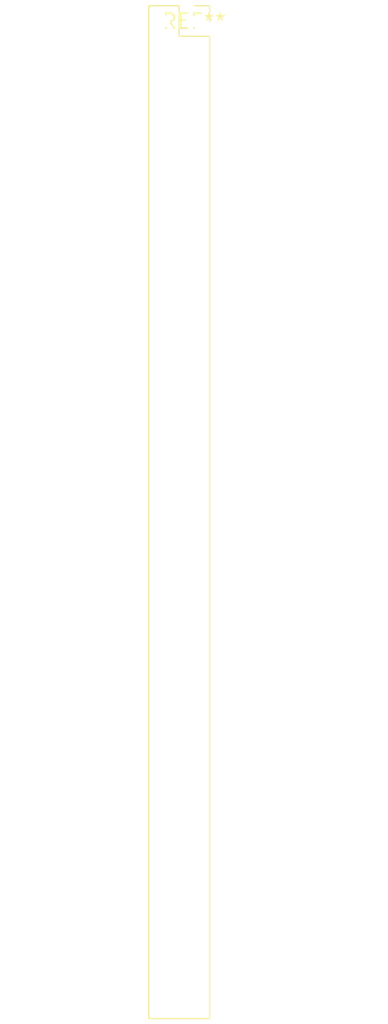
<source format=kicad_pcb>
(kicad_pcb (version 20240108) (generator pcbnew)
  (layers (0 "F.Cu" signal) (31 "B.Cu" signal) (34 "B.Paste" user) (35 "F.Paste" user) (36 "B.SilkS" user "B.Silkscreen") (37 "F.SilkS" user "F.Silkscreen") (38 "B.Mask" user) (39 "F.Mask" user) (44 "Edge.Cuts" user))
  (net 0 "")
  (footprint "PinSocket_2x34_P2.54mm_Vertical" (layer "F.Cu") (at 0 0)
    (property "Reference" "REF**")
    (property "Value" "PinSocket_2x34_P2.54mm_Vertical")
    (fp_line (start -3.87 -1.33) (end -3.87 85.15) (layer "F.SilkS") (stroke (width 0.12)))
    (fp_line (start -3.87 -1.33) (end -1.27 -1.33) (layer "F.SilkS") (stroke (width 0.12)))
    (fp_line (start -3.87 85.15) (end 1.33 85.15) (layer "F.SilkS") (stroke (width 0.12)))
    (fp_line (start -1.27 -1.33) (end -1.27 1.27) (layer "F.SilkS") (stroke (width 0.12)))
    (fp_line (start -1.27 1.27) (end 1.33 1.27) (layer "F.SilkS") (stroke (width 0.12)))
    (fp_line (start 0 -1.33) (end 1.33 -1.33) (layer "F.SilkS") (stroke (width 0.12)))
    (fp_line (start 1.33 -1.33) (end 1.33 0) (layer "F.SilkS") (stroke (width 0.12)))
    (fp_line (start 1.33 1.27) (end 1.33 85.15) (layer "F.SilkS") (stroke (width 0.12)))
    (pad "1" thru_hole rect (at 0 0) (size 1.7 1.7) (drill 1) (layers *.Cu *.Mask) (remove_unused_layers))
    (pad "2" thru_hole oval (at -2.54 0) (size 1.7 1.7) (drill 1) (layers *.Cu *.Mask) (remove_unused_layers))
    (pad "3" thru_hole oval (at 0 2.54) (size 1.7 1.7) (drill 1) (layers *.Cu *.Mask) (remove_unused_layers))
    (pad "4" thru_hole oval (at -2.54 2.54) (size 1.7 1.7) (drill 1) (layers *.Cu *.Mask) (remove_unused_layers))
    (pad "5" thru_hole oval (at 0 5.08) (size 1.7 1.7) (drill 1) (layers *.Cu *.Mask) (remove_unused_layers))
    (pad "6" thru_hole oval (at -2.54 5.08) (size 1.7 1.7) (drill 1) (layers *.Cu *.Mask) (remove_unused_layers))
    (pad "7" thru_hole oval (at 0 7.62) (size 1.7 1.7) (drill 1) (layers *.Cu *.Mask) (remove_unused_layers))
    (pad "8" thru_hole oval (at -2.54 7.62) (size 1.7 1.7) (drill 1) (layers *.Cu *.Mask) (remove_unused_layers))
    (pad "9" thru_hole oval (at 0 10.16) (size 1.7 1.7) (drill 1) (layers *.Cu *.Mask) (remove_unused_layers))
    (pad "10" thru_hole oval (at -2.54 10.16) (size 1.7 1.7) (drill 1) (layers *.Cu *.Mask) (remove_unused_layers))
    (pad "11" thru_hole oval (at 0 12.7) (size 1.7 1.7) (drill 1) (layers *.Cu *.Mask) (remove_unused_layers))
    (pad "12" thru_hole oval (at -2.54 12.7) (size 1.7 1.7) (drill 1) (layers *.Cu *.Mask) (remove_unused_layers))
    (pad "13" thru_hole oval (at 0 15.24) (size 1.7 1.7) (drill 1) (layers *.Cu *.Mask) (remove_unused_layers))
    (pad "14" thru_hole oval (at -2.54 15.24) (size 1.7 1.7) (drill 1) (layers *.Cu *.Mask) (remove_unused_layers))
    (pad "15" thru_hole oval (at 0 17.78) (size 1.7 1.7) (drill 1) (layers *.Cu *.Mask) (remove_unused_layers))
    (pad "16" thru_hole oval (at -2.54 17.78) (size 1.7 1.7) (drill 1) (layers *.Cu *.Mask) (remove_unused_layers))
    (pad "17" thru_hole oval (at 0 20.32) (size 1.7 1.7) (drill 1) (layers *.Cu *.Mask) (remove_unused_layers))
    (pad "18" thru_hole oval (at -2.54 20.32) (size 1.7 1.7) (drill 1) (layers *.Cu *.Mask) (remove_unused_layers))
    (pad "19" thru_hole oval (at 0 22.86) (size 1.7 1.7) (drill 1) (layers *.Cu *.Mask) (remove_unused_layers))
    (pad "20" thru_hole oval (at -2.54 22.86) (size 1.7 1.7) (drill 1) (layers *.Cu *.Mask) (remove_unused_layers))
    (pad "21" thru_hole oval (at 0 25.4) (size 1.7 1.7) (drill 1) (layers *.Cu *.Mask) (remove_unused_layers))
    (pad "22" thru_hole oval (at -2.54 25.4) (size 1.7 1.7) (drill 1) (layers *.Cu *.Mask) (remove_unused_layers))
    (pad "23" thru_hole oval (at 0 27.94) (size 1.7 1.7) (drill 1) (layers *.Cu *.Mask) (remove_unused_layers))
    (pad "24" thru_hole oval (at -2.54 27.94) (size 1.7 1.7) (drill 1) (layers *.Cu *.Mask) (remove_unused_layers))
    (pad "25" thru_hole oval (at 0 30.48) (size 1.7 1.7) (drill 1) (layers *.Cu *.Mask) (remove_unused_layers))
    (pad "26" thru_hole oval (at -2.54 30.48) (size 1.7 1.7) (drill 1) (layers *.Cu *.Mask) (remove_unused_layers))
    (pad "27" thru_hole oval (at 0 33.02) (size 1.7 1.7) (drill 1) (layers *.Cu *.Mask) (remove_unused_layers))
    (pad "28" thru_hole oval (at -2.54 33.02) (size 1.7 1.7) (drill 1) (layers *.Cu *.Mask) (remove_unused_layers))
    (pad "29" thru_hole oval (at 0 35.56) (size 1.7 1.7) (drill 1) (layers *.Cu *.Mask) (remove_unused_layers))
    (pad "30" thru_hole oval (at -2.54 35.56) (size 1.7 1.7) (drill 1) (layers *.Cu *.Mask) (remove_unused_layers))
    (pad "31" thru_hole oval (at 0 38.1) (size 1.7 1.7) (drill 1) (layers *.Cu *.Mask) (remove_unused_layers))
    (pad "32" thru_hole oval (at -2.54 38.1) (size 1.7 1.7) (drill 1) (layers *.Cu *.Mask) (remove_unused_layers))
    (pad "33" thru_hole oval (at 0 40.64) (size 1.7 1.7) (drill 1) (layers *.Cu *.Mask) (remove_unused_layers))
    (pad "34" thru_hole oval (at -2.54 40.64) (size 1.7 1.7) (drill 1) (layers *.Cu *.Mask) (remove_unused_layers))
    (pad "35" thru_hole oval (at 0 43.18) (size 1.7 1.7) (drill 1) (layers *.Cu *.Mask) (remove_unused_layers))
    (pad "36" thru_hole oval (at -2.54 43.18) (size 1.7 1.7) (drill 1) (layers *.Cu *.Mask) (remove_unused_layers))
    (pad "37" thru_hole oval (at 0 45.72) (size 1.7 1.7) (drill 1) (layers *.Cu *.Mask) (remove_unused_layers))
    (pad "38" thru_hole oval (at -2.54 45.72) (size 1.7 1.7) (drill 1) (layers *.Cu *.Mask) (remove_unused_layers))
    (pad "39" thru_hole oval (at 0 48.26) (size 1.7 1.7) (drill 1) (layers *.Cu *.Mask) (remove_unused_layers))
    (pad "40" thru_hole oval (at -2.54 48.26) (size 1.7 1.7) (drill 1) (layers *.Cu *.Mask) (remove_unused_layers))
    (pad "41" thru_hole oval (at 0 50.8) (size 1.7 1.7) (drill 1) (layers *.Cu *.Mask) (remove_unused_layers))
    (pad "42" thru_hole oval (at -2.54 50.8) (size 1.7 1.7) (drill 1) (layers *.Cu *.Mask) (remove_unused_layers))
    (pad "43" thru_hole oval (at 0 53.34) (size 1.7 1.7) (drill 1) (layers *.Cu *.Mask) (remove_unused_layers))
    (pad "44" thru_hole oval (at -2.54 53.34) (size 1.7 1.7) (drill 1) (layers *.Cu *.Mask) (remove_unused_layers))
    (pad "45" thru_hole oval (at 0 55.88) (size 1.7 1.7) (drill 1) (layers *.Cu *.Mask) (remove_unused_layers))
    (pad "46" thru_hole oval (at -2.54 55.88) (size 1.7 1.7) (drill 1) (layers *.Cu *.Mask) (remove_unused_layers))
    (pad "47" thru_hole oval (at 0 58.42) (size 1.7 1.7) (drill 1) (layers *.Cu *.Mask) (remove_unused_layers))
    (pad "48" thru_hole oval (at -2.54 58.42) (size 1.7 1.7) (drill 1) (layers *.Cu *.Mask) (remove_unused_layers))
    (pad "49" thru_hole oval (at 0 60.96) (size 1.7 1.7) (drill 1) (layers *.Cu *.Mask) (remove_unused_layers))
    (pad "50" thru_hole oval (at -2.54 60.96) (size 1.7 1.7) (drill 1) (layers *.Cu *.Mask) (remove_unused_layers))
    (pad "51" thru_hole oval (at 0 63.5) (size 1.7 1.7) (drill 1) (layers *.Cu *.Mask) (remove_unused_layers))
    (pad "52" thru_hole oval (at -2.54 63.5) (size 1.7 1.7) (drill 1) (layers *.Cu *.Mask) (remove_unused_layers))
    (pad "53" thru_hole oval (at 0 66.04) (size 1.7 1.7) (drill 1) (layers *.Cu *.Mask) (remove_unused_layers))
    (pad "54" thru_hole oval (at -2.54 66.04) (size 1.7 1.7) (drill 1) (layers *.Cu *.Mask) (remove_unused_layers))
    (pad "55" thru_hole oval (at 0 68.58) (size 1.7 1.7) (drill 1) (layers *.Cu *.Mask) (remove_unused_layers))
    (pad "56" thru_hole oval (at -2.54 68.58) (size 1.7 1.7) (drill 1) (layers *.Cu *.Mask) (remove_unused_layers))
    (pad "57" thru_hole oval (at 0 71.12) (size 1.7 1.7) (drill 1) (layers *.Cu *.Mask) (remove_unused_layers))
    (pad "58" thru_hole oval (at -2.54 71.12) (size 1.7 1.7) (drill 1) (layers *.Cu *.Mask) (remove_unused_layers))
    (pad "59" thru_hole oval (at 0 73.66) (size 1.7 1.7) (drill 1) (layers *.Cu *.Mask) (remove_unused_layers))
    (pad "60" thru_hole oval (at -2.54 73.66) (size 1.7 1.7) (drill 1) (layers *.Cu *.Mask) (remove_unused_layers))
    (pad "61" thru_hole oval (at 0 76.2) (size 1.7 1.7) (drill 1) (layers *.Cu *.Mask) (remove_unused_layers))
    (pad "62" thru_hole oval (at -2.54 76.2) (size 1.7 1.7) (drill 1) (layers *.Cu *.Mask) (remove_unused_layers))
    (pad "63" thru_hole oval (at 0 78.74) (size 1.7 1.7) (drill 1) (layers *.Cu *.Mask) (remove_unused_layers))
    (pad "64" thru_hole oval (at -2.54 78.74) (size 1.7 1.7) (drill 1) (layers *.Cu *.Mask) (remove_unused_layers))
    (pad "65" thru_hole oval (at 0 81.28) (size 1.7 1.7) (drill 1) (layers *.Cu *.Mask) (remove_unused_layers))
    (pad "66" thru_hole oval (at -2.54 81.28) (size 1.7 1.7) (drill 1) (layers *.Cu *.Mask) (remove_unused_layers))
    (pad "67" thru_hole oval (at 0 83.82) (size 1.7 1.7) (drill 1) (layers *.Cu *.Mask) (remove_unused_layers))
    (pad "68" thru_hole oval (at -2.54 83.82) (size 1.7 1.7) (drill 1) (layers *.Cu *.Mask) (remove_unused_layers))
  )
)
</source>
